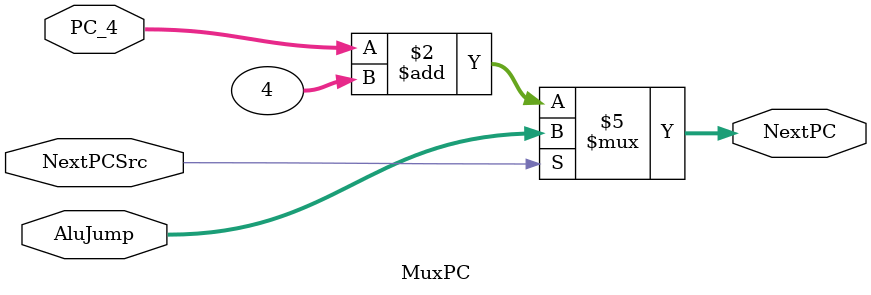
<source format=sv>
module MuxPC(
    input reg [31:0] PC_4,
    input reg [31:0] AluJump,
    input logic NextPCSrc, 
    output reg [31:0] NextPC = 32'h00000000 
);

always @* begin
    if (NextPCSrc) begin
        NextPC <= AluJump; 
    end else begin
        NextPC <= PC_4 + 4; 
    end
end

endmodule

</source>
